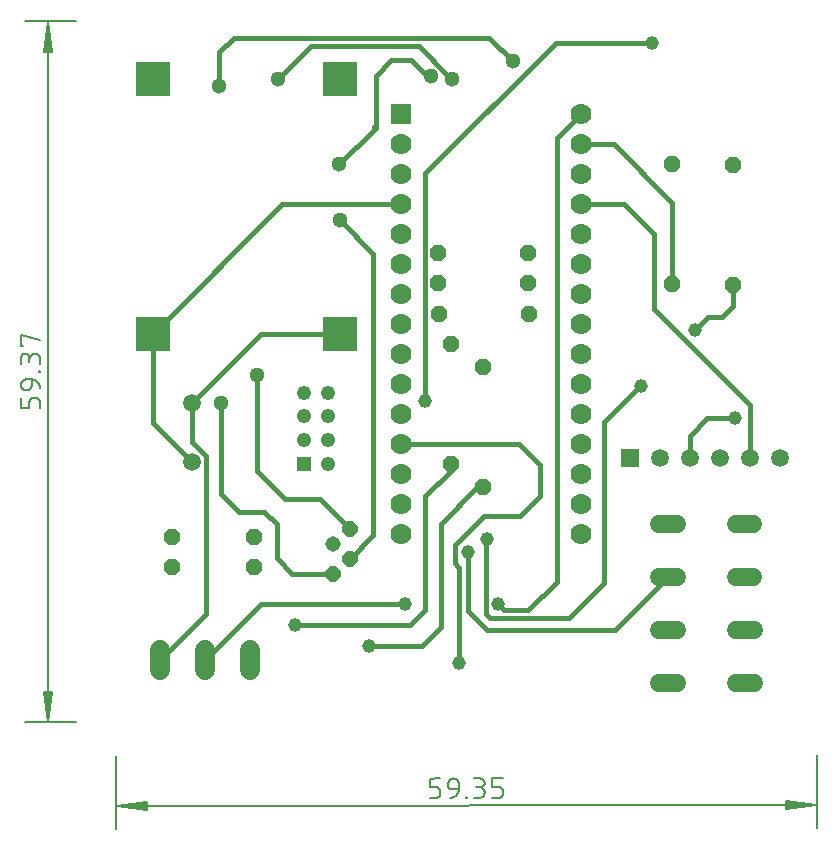
<source format=gbr>
G04 EAGLE Gerber RS-274X export*
G75*
%MOMM*%
%FSLAX34Y34*%
%LPD*%
%INTop Copper*%
%IPPOS*%
%AMOC8*
5,1,8,0,0,1.08239X$1,22.5*%
G01*
%ADD10C,0.130000*%
%ADD11C,0.152400*%
%ADD12C,1.508000*%
%ADD13R,1.508000X1.508000*%
%ADD14P,1.429621X8X112.500000*%
%ADD15C,1.508000*%
%ADD16P,1.429621X8X292.500000*%
%ADD17R,3.000000X3.000000*%
%ADD18R,1.219200X1.219200*%
%ADD19C,1.219200*%
%ADD20C,1.676400*%
%ADD21R,1.778000X1.778000*%
%ADD22C,1.778000*%
%ADD23P,1.429621X8X22.500000*%
%ADD24P,1.415766X8X202.500000*%
%ADD25C,1.308000*%
%ADD26C,1.200000*%
%ADD27C,0.406400*%
%ADD28C,1.150000*%
%ADD29C,1.300000*%


D10*
X819556Y123038D02*
X819668Y61106D01*
X226171Y60039D02*
X226060Y121971D01*
X226786Y79540D02*
X818983Y80604D01*
X793627Y83751D01*
X793638Y77366D01*
X818983Y80604D01*
X793630Y81859D01*
X793635Y79259D02*
X818983Y80604D01*
X793628Y83159D01*
X793637Y77959D02*
X818983Y80604D01*
X252131Y82778D02*
X226786Y79540D01*
X252142Y76393D02*
X252131Y82778D01*
X252142Y76393D02*
X226786Y79540D01*
X252134Y80886D01*
X252139Y78286D02*
X226786Y79540D01*
X252132Y82186D01*
X252141Y76986D02*
X226786Y79540D01*
D11*
X491814Y86523D02*
X497233Y86533D01*
X497232Y86533D02*
X497350Y86535D01*
X497469Y86541D01*
X497586Y86551D01*
X497704Y86565D01*
X497821Y86582D01*
X497937Y86604D01*
X498052Y86629D01*
X498167Y86658D01*
X498281Y86690D01*
X498393Y86727D01*
X498504Y86767D01*
X498614Y86810D01*
X498722Y86858D01*
X498829Y86908D01*
X498934Y86962D01*
X499037Y87020D01*
X499139Y87081D01*
X499238Y87145D01*
X499335Y87213D01*
X499430Y87283D01*
X499522Y87357D01*
X499612Y87434D01*
X499700Y87513D01*
X499785Y87595D01*
X499867Y87680D01*
X499946Y87768D01*
X500022Y87858D01*
X500095Y87951D01*
X500166Y88046D01*
X500233Y88144D01*
X500297Y88243D01*
X500357Y88344D01*
X500414Y88448D01*
X500468Y88553D01*
X500519Y88660D01*
X500565Y88769D01*
X500609Y88879D01*
X500648Y88990D01*
X500684Y89103D01*
X500717Y89216D01*
X500745Y89331D01*
X500770Y89447D01*
X500791Y89563D01*
X500808Y89680D01*
X500821Y89797D01*
X500831Y89915D01*
X500836Y90033D01*
X500838Y90151D01*
X500839Y90151D02*
X500836Y91958D01*
X500835Y91957D02*
X500833Y92075D01*
X500827Y92194D01*
X500817Y92311D01*
X500803Y92429D01*
X500786Y92546D01*
X500764Y92662D01*
X500739Y92777D01*
X500710Y92892D01*
X500678Y93006D01*
X500641Y93118D01*
X500601Y93229D01*
X500558Y93339D01*
X500510Y93447D01*
X500460Y93554D01*
X500406Y93659D01*
X500348Y93762D01*
X500287Y93864D01*
X500223Y93963D01*
X500155Y94060D01*
X500085Y94155D01*
X500011Y94247D01*
X499934Y94337D01*
X499855Y94425D01*
X499773Y94510D01*
X499688Y94592D01*
X499600Y94671D01*
X499510Y94747D01*
X499417Y94820D01*
X499322Y94891D01*
X499224Y94958D01*
X499125Y95022D01*
X499024Y95082D01*
X498920Y95139D01*
X498815Y95193D01*
X498708Y95244D01*
X498599Y95290D01*
X498489Y95334D01*
X498378Y95373D01*
X498265Y95409D01*
X498152Y95442D01*
X498037Y95470D01*
X497922Y95495D01*
X497805Y95516D01*
X497688Y95533D01*
X497571Y95546D01*
X497453Y95556D01*
X497335Y95561D01*
X497217Y95563D01*
X497217Y95564D02*
X491798Y95554D01*
X491786Y102779D01*
X500817Y102795D01*
X511045Y93782D02*
X516464Y93791D01*
X511045Y93782D02*
X510927Y93784D01*
X510809Y93789D01*
X510691Y93799D01*
X510574Y93812D01*
X510457Y93829D01*
X510341Y93850D01*
X510225Y93875D01*
X510110Y93903D01*
X509997Y93936D01*
X509884Y93972D01*
X509773Y94011D01*
X509663Y94055D01*
X509554Y94101D01*
X509447Y94152D01*
X509342Y94206D01*
X509238Y94263D01*
X509137Y94323D01*
X509038Y94387D01*
X508940Y94454D01*
X508845Y94525D01*
X508752Y94598D01*
X508662Y94674D01*
X508574Y94753D01*
X508489Y94835D01*
X508407Y94920D01*
X508328Y95008D01*
X508251Y95098D01*
X508177Y95190D01*
X508107Y95285D01*
X508039Y95382D01*
X507975Y95481D01*
X507914Y95583D01*
X507856Y95686D01*
X507802Y95791D01*
X507752Y95898D01*
X507704Y96006D01*
X507661Y96116D01*
X507621Y96227D01*
X507584Y96339D01*
X507552Y96453D01*
X507523Y96568D01*
X507498Y96683D01*
X507476Y96799D01*
X507459Y96916D01*
X507445Y97034D01*
X507435Y97151D01*
X507429Y97270D01*
X507427Y97388D01*
X507426Y97388D02*
X507425Y98291D01*
X507424Y98291D02*
X507426Y98425D01*
X507431Y98559D01*
X507441Y98692D01*
X507455Y98825D01*
X507472Y98958D01*
X507494Y99090D01*
X507519Y99222D01*
X507549Y99352D01*
X507582Y99482D01*
X507619Y99610D01*
X507659Y99738D01*
X507704Y99864D01*
X507752Y99989D01*
X507804Y100112D01*
X507860Y100234D01*
X507919Y100354D01*
X507981Y100472D01*
X508048Y100589D01*
X508117Y100703D01*
X508190Y100815D01*
X508266Y100925D01*
X508346Y101033D01*
X508428Y101138D01*
X508514Y101241D01*
X508603Y101341D01*
X508694Y101439D01*
X508789Y101534D01*
X508886Y101626D01*
X508986Y101715D01*
X509088Y101801D01*
X509193Y101884D01*
X509301Y101964D01*
X509411Y102040D01*
X509523Y102114D01*
X509637Y102183D01*
X509753Y102250D01*
X509871Y102313D01*
X509991Y102373D01*
X510112Y102429D01*
X510235Y102481D01*
X510360Y102530D01*
X510486Y102575D01*
X510614Y102616D01*
X510742Y102653D01*
X510872Y102687D01*
X511002Y102717D01*
X511133Y102742D01*
X511265Y102764D01*
X511398Y102782D01*
X511531Y102796D01*
X511665Y102807D01*
X511798Y102813D01*
X511932Y102815D01*
X512066Y102813D01*
X512200Y102808D01*
X512333Y102798D01*
X512466Y102784D01*
X512599Y102767D01*
X512731Y102745D01*
X512862Y102720D01*
X512993Y102691D01*
X513123Y102657D01*
X513251Y102620D01*
X513379Y102580D01*
X513505Y102535D01*
X513630Y102487D01*
X513753Y102435D01*
X513875Y102379D01*
X513995Y102320D01*
X514113Y102258D01*
X514230Y102191D01*
X514344Y102122D01*
X514456Y102049D01*
X514566Y101973D01*
X514674Y101893D01*
X514779Y101811D01*
X514882Y101725D01*
X514982Y101636D01*
X515080Y101545D01*
X515175Y101450D01*
X515267Y101353D01*
X515356Y101253D01*
X515442Y101151D01*
X515525Y101046D01*
X515605Y100938D01*
X515681Y100828D01*
X515754Y100716D01*
X515824Y100602D01*
X515891Y100486D01*
X515954Y100368D01*
X516014Y100248D01*
X516070Y100127D01*
X516122Y100004D01*
X516171Y99879D01*
X516216Y99753D01*
X516257Y99626D01*
X516294Y99497D01*
X516328Y99367D01*
X516358Y99237D01*
X516383Y99106D01*
X516405Y98974D01*
X516423Y98841D01*
X516437Y98708D01*
X516448Y98574D01*
X516454Y98441D01*
X516456Y98307D01*
X516464Y93791D01*
X516464Y93792D02*
X516462Y93617D01*
X516456Y93443D01*
X516446Y93268D01*
X516431Y93094D01*
X516413Y92921D01*
X516390Y92748D01*
X516363Y92575D01*
X516332Y92403D01*
X516297Y92232D01*
X516257Y92062D01*
X516214Y91893D01*
X516166Y91725D01*
X516114Y91558D01*
X516059Y91393D01*
X515999Y91229D01*
X515935Y91066D01*
X515868Y90905D01*
X515796Y90746D01*
X515721Y90588D01*
X515642Y90433D01*
X515560Y90279D01*
X515473Y90127D01*
X515383Y89978D01*
X515289Y89830D01*
X515192Y89685D01*
X515092Y89542D01*
X514987Y89402D01*
X514880Y89265D01*
X514769Y89130D01*
X514655Y88997D01*
X514538Y88868D01*
X514418Y88741D01*
X514295Y88618D01*
X514169Y88497D01*
X514040Y88379D01*
X513908Y88265D01*
X513773Y88154D01*
X513636Y88046D01*
X513496Y87941D01*
X513354Y87840D01*
X513209Y87742D01*
X513062Y87648D01*
X512913Y87558D01*
X512761Y87471D01*
X512608Y87387D01*
X512452Y87308D01*
X512295Y87232D01*
X512136Y87160D01*
X511975Y87092D01*
X511813Y87028D01*
X511649Y86968D01*
X511484Y86912D01*
X511317Y86859D01*
X511149Y86811D01*
X510980Y86767D01*
X510810Y86727D01*
X510639Y86691D01*
X510468Y86659D01*
X510295Y86632D01*
X510122Y86608D01*
X509949Y86589D01*
X509775Y86574D01*
X509601Y86563D01*
X509426Y86556D01*
X509252Y86554D01*
X522451Y86577D02*
X522449Y87480D01*
X523353Y87481D01*
X523354Y86578D01*
X522451Y86577D01*
X529329Y86589D02*
X533844Y86597D01*
X533844Y86596D02*
X533976Y86598D01*
X534109Y86604D01*
X534241Y86614D01*
X534373Y86628D01*
X534504Y86646D01*
X534635Y86667D01*
X534765Y86693D01*
X534895Y86722D01*
X535023Y86755D01*
X535150Y86792D01*
X535277Y86832D01*
X535402Y86876D01*
X535525Y86924D01*
X535648Y86975D01*
X535768Y87030D01*
X535887Y87089D01*
X536005Y87151D01*
X536120Y87216D01*
X536233Y87285D01*
X536345Y87357D01*
X536454Y87432D01*
X536561Y87511D01*
X536665Y87592D01*
X536767Y87677D01*
X536867Y87764D01*
X536964Y87855D01*
X537058Y87948D01*
X537150Y88044D01*
X537238Y88142D01*
X537324Y88244D01*
X537407Y88347D01*
X537486Y88453D01*
X537563Y88562D01*
X537636Y88672D01*
X537706Y88785D01*
X537773Y88899D01*
X537836Y89016D01*
X537896Y89134D01*
X537952Y89254D01*
X538005Y89376D01*
X538054Y89499D01*
X538100Y89623D01*
X538141Y89749D01*
X538180Y89876D01*
X538214Y90004D01*
X538245Y90133D01*
X538271Y90263D01*
X538295Y90394D01*
X538314Y90525D01*
X538329Y90657D01*
X538340Y90789D01*
X538348Y90921D01*
X538352Y91054D01*
X538351Y91186D01*
X538347Y91319D01*
X538339Y91451D01*
X538327Y91583D01*
X538312Y91715D01*
X538292Y91846D01*
X538269Y91976D01*
X538241Y92106D01*
X538210Y92235D01*
X538175Y92363D01*
X538137Y92490D01*
X538094Y92615D01*
X538048Y92740D01*
X537999Y92863D01*
X537946Y92984D01*
X537889Y93104D01*
X537829Y93222D01*
X537765Y93338D01*
X537698Y93453D01*
X537628Y93565D01*
X537554Y93675D01*
X537477Y93784D01*
X537397Y93889D01*
X537314Y93993D01*
X537228Y94093D01*
X537139Y94192D01*
X537047Y94287D01*
X536953Y94380D01*
X536855Y94470D01*
X536755Y94558D01*
X536653Y94642D01*
X536548Y94723D01*
X536441Y94801D01*
X536332Y94876D01*
X536220Y94948D01*
X536106Y95016D01*
X535991Y95081D01*
X535873Y95142D01*
X535754Y95200D01*
X535633Y95255D01*
X535511Y95306D01*
X535387Y95353D01*
X535262Y95397D01*
X535135Y95437D01*
X535008Y95473D01*
X534879Y95506D01*
X534750Y95535D01*
X534620Y95559D01*
X534489Y95581D01*
X534357Y95598D01*
X534225Y95611D01*
X534093Y95621D01*
X533961Y95626D01*
X533828Y95628D01*
X534719Y102854D02*
X529300Y102845D01*
X534719Y102854D02*
X534838Y102852D01*
X534957Y102847D01*
X535077Y102837D01*
X535195Y102823D01*
X535313Y102806D01*
X535431Y102784D01*
X535548Y102759D01*
X535663Y102730D01*
X535778Y102697D01*
X535892Y102660D01*
X536004Y102620D01*
X536115Y102576D01*
X536225Y102528D01*
X536333Y102477D01*
X536439Y102422D01*
X536543Y102363D01*
X536645Y102301D01*
X536745Y102236D01*
X536843Y102168D01*
X536939Y102096D01*
X537032Y102021D01*
X537122Y101944D01*
X537210Y101863D01*
X537296Y101779D01*
X537378Y101693D01*
X537458Y101604D01*
X537534Y101512D01*
X537608Y101418D01*
X537678Y101322D01*
X537745Y101223D01*
X537809Y101122D01*
X537870Y101019D01*
X537927Y100914D01*
X537980Y100807D01*
X538030Y100699D01*
X538077Y100589D01*
X538119Y100477D01*
X538158Y100364D01*
X538193Y100250D01*
X538225Y100135D01*
X538253Y100019D01*
X538276Y99902D01*
X538296Y99784D01*
X538312Y99665D01*
X538324Y99547D01*
X538332Y99427D01*
X538336Y99308D01*
X538337Y99189D01*
X538333Y99069D01*
X538325Y98950D01*
X538314Y98831D01*
X538298Y98713D01*
X538279Y98595D01*
X538255Y98478D01*
X538228Y98361D01*
X538197Y98246D01*
X538162Y98132D01*
X538124Y98019D01*
X538081Y97907D01*
X538035Y97797D01*
X537986Y97688D01*
X537933Y97581D01*
X537876Y97476D01*
X537816Y97373D01*
X537752Y97272D01*
X537686Y97173D01*
X537615Y97076D01*
X537542Y96982D01*
X537466Y96890D01*
X537387Y96800D01*
X537305Y96714D01*
X537220Y96630D01*
X537132Y96549D01*
X537041Y96471D01*
X536949Y96396D01*
X536853Y96324D01*
X536756Y96255D01*
X536656Y96189D01*
X536554Y96127D01*
X536450Y96068D01*
X536344Y96013D01*
X536236Y95961D01*
X536127Y95913D01*
X536016Y95869D01*
X535904Y95828D01*
X535790Y95791D01*
X535676Y95757D01*
X535560Y95728D01*
X535443Y95702D01*
X535326Y95680D01*
X535208Y95662D01*
X535089Y95648D01*
X534970Y95638D01*
X534851Y95632D01*
X534731Y95630D01*
X534732Y95629D02*
X531119Y95623D01*
X544960Y86616D02*
X550379Y86625D01*
X550378Y86626D02*
X550496Y86628D01*
X550615Y86634D01*
X550732Y86644D01*
X550850Y86658D01*
X550967Y86675D01*
X551083Y86697D01*
X551198Y86722D01*
X551313Y86751D01*
X551427Y86783D01*
X551539Y86820D01*
X551650Y86860D01*
X551760Y86903D01*
X551868Y86951D01*
X551975Y87001D01*
X552080Y87055D01*
X552183Y87113D01*
X552285Y87174D01*
X552384Y87238D01*
X552481Y87306D01*
X552576Y87376D01*
X552668Y87450D01*
X552758Y87527D01*
X552846Y87606D01*
X552931Y87688D01*
X553013Y87773D01*
X553092Y87861D01*
X553168Y87951D01*
X553241Y88044D01*
X553312Y88139D01*
X553379Y88237D01*
X553443Y88336D01*
X553503Y88437D01*
X553560Y88541D01*
X553614Y88646D01*
X553665Y88753D01*
X553711Y88862D01*
X553755Y88972D01*
X553794Y89083D01*
X553830Y89196D01*
X553863Y89309D01*
X553891Y89424D01*
X553916Y89540D01*
X553937Y89656D01*
X553954Y89773D01*
X553967Y89890D01*
X553977Y90008D01*
X553982Y90126D01*
X553984Y90244D01*
X553985Y90244D02*
X553982Y92050D01*
X553981Y92050D02*
X553979Y92168D01*
X553973Y92287D01*
X553963Y92404D01*
X553949Y92522D01*
X553932Y92639D01*
X553910Y92755D01*
X553885Y92870D01*
X553856Y92985D01*
X553824Y93099D01*
X553787Y93211D01*
X553747Y93322D01*
X553704Y93432D01*
X553656Y93540D01*
X553606Y93647D01*
X553552Y93752D01*
X553494Y93855D01*
X553433Y93957D01*
X553369Y94056D01*
X553301Y94153D01*
X553231Y94248D01*
X553157Y94340D01*
X553080Y94430D01*
X553001Y94518D01*
X552919Y94603D01*
X552834Y94685D01*
X552746Y94764D01*
X552656Y94840D01*
X552563Y94913D01*
X552468Y94984D01*
X552370Y95051D01*
X552271Y95115D01*
X552170Y95175D01*
X552066Y95232D01*
X551961Y95286D01*
X551854Y95337D01*
X551745Y95383D01*
X551635Y95427D01*
X551524Y95466D01*
X551411Y95502D01*
X551298Y95535D01*
X551183Y95563D01*
X551068Y95588D01*
X550951Y95609D01*
X550834Y95626D01*
X550717Y95639D01*
X550599Y95649D01*
X550481Y95654D01*
X550363Y95656D01*
X544944Y95647D01*
X544932Y102872D01*
X553963Y102888D01*
D10*
X191973Y150266D02*
X148953Y150266D01*
X148953Y743966D02*
X191973Y743966D01*
X168453Y743316D02*
X168453Y150916D01*
X165260Y176266D01*
X171645Y176266D01*
X168453Y150916D01*
X167153Y176266D01*
X169753Y176266D02*
X168453Y150916D01*
X165853Y176266D01*
X171053Y176266D02*
X168453Y150916D01*
X165260Y717966D02*
X168453Y743316D01*
X165260Y717966D02*
X171645Y717966D01*
X168453Y743316D01*
X167153Y717966D01*
X169753Y717966D02*
X168453Y743316D01*
X165853Y717966D01*
X171053Y717966D02*
X168453Y743316D01*
D11*
X161946Y421476D02*
X161946Y416057D01*
X161945Y421476D02*
X161943Y421594D01*
X161937Y421712D01*
X161928Y421830D01*
X161914Y421947D01*
X161897Y422064D01*
X161876Y422181D01*
X161851Y422296D01*
X161822Y422411D01*
X161789Y422525D01*
X161753Y422637D01*
X161713Y422748D01*
X161670Y422858D01*
X161623Y422967D01*
X161573Y423074D01*
X161518Y423179D01*
X161461Y423282D01*
X161400Y423383D01*
X161336Y423483D01*
X161269Y423580D01*
X161199Y423675D01*
X161125Y423767D01*
X161049Y423858D01*
X160969Y423945D01*
X160887Y424030D01*
X160802Y424112D01*
X160715Y424192D01*
X160624Y424268D01*
X160532Y424342D01*
X160437Y424412D01*
X160340Y424479D01*
X160240Y424543D01*
X160139Y424604D01*
X160036Y424661D01*
X159931Y424716D01*
X159824Y424766D01*
X159715Y424813D01*
X159605Y424856D01*
X159494Y424896D01*
X159382Y424932D01*
X159268Y424965D01*
X159153Y424994D01*
X159038Y425019D01*
X158921Y425040D01*
X158804Y425057D01*
X158687Y425071D01*
X158569Y425080D01*
X158451Y425086D01*
X158333Y425088D01*
X158333Y425089D02*
X156527Y425089D01*
X156527Y425088D02*
X156409Y425086D01*
X156291Y425080D01*
X156173Y425071D01*
X156056Y425057D01*
X155939Y425040D01*
X155822Y425019D01*
X155707Y424994D01*
X155592Y424965D01*
X155478Y424932D01*
X155366Y424896D01*
X155255Y424856D01*
X155145Y424813D01*
X155036Y424766D01*
X154929Y424716D01*
X154824Y424661D01*
X154721Y424604D01*
X154620Y424543D01*
X154520Y424479D01*
X154423Y424412D01*
X154328Y424342D01*
X154236Y424268D01*
X154145Y424192D01*
X154058Y424112D01*
X153973Y424030D01*
X153891Y423945D01*
X153811Y423858D01*
X153735Y423767D01*
X153661Y423675D01*
X153591Y423580D01*
X153524Y423483D01*
X153460Y423383D01*
X153399Y423282D01*
X153342Y423179D01*
X153287Y423074D01*
X153237Y422967D01*
X153190Y422858D01*
X153147Y422748D01*
X153107Y422637D01*
X153071Y422525D01*
X153038Y422411D01*
X153009Y422296D01*
X152984Y422181D01*
X152963Y422064D01*
X152946Y421947D01*
X152932Y421830D01*
X152923Y421712D01*
X152917Y421594D01*
X152915Y421476D01*
X152915Y416057D01*
X145690Y416057D01*
X145690Y425089D01*
X154721Y435301D02*
X154721Y440720D01*
X154721Y435301D02*
X154719Y435183D01*
X154713Y435065D01*
X154704Y434947D01*
X154690Y434830D01*
X154673Y434713D01*
X154652Y434596D01*
X154627Y434481D01*
X154598Y434366D01*
X154565Y434252D01*
X154529Y434140D01*
X154489Y434029D01*
X154446Y433919D01*
X154399Y433810D01*
X154349Y433703D01*
X154294Y433598D01*
X154237Y433495D01*
X154176Y433394D01*
X154112Y433294D01*
X154045Y433197D01*
X153975Y433102D01*
X153901Y433010D01*
X153825Y432919D01*
X153745Y432832D01*
X153663Y432747D01*
X153578Y432665D01*
X153491Y432585D01*
X153400Y432509D01*
X153308Y432435D01*
X153213Y432365D01*
X153116Y432298D01*
X153016Y432234D01*
X152915Y432173D01*
X152812Y432116D01*
X152707Y432061D01*
X152600Y432011D01*
X152491Y431964D01*
X152381Y431921D01*
X152270Y431881D01*
X152158Y431845D01*
X152044Y431812D01*
X151929Y431783D01*
X151814Y431758D01*
X151697Y431737D01*
X151580Y431720D01*
X151463Y431706D01*
X151345Y431697D01*
X151227Y431691D01*
X151109Y431689D01*
X150205Y431689D01*
X150205Y431688D02*
X150072Y431690D01*
X149940Y431696D01*
X149808Y431706D01*
X149676Y431719D01*
X149544Y431737D01*
X149414Y431758D01*
X149283Y431783D01*
X149154Y431812D01*
X149026Y431845D01*
X148898Y431881D01*
X148772Y431921D01*
X148647Y431965D01*
X148523Y432013D01*
X148401Y432064D01*
X148280Y432119D01*
X148161Y432177D01*
X148043Y432239D01*
X147928Y432304D01*
X147814Y432373D01*
X147703Y432444D01*
X147594Y432520D01*
X147487Y432598D01*
X147382Y432679D01*
X147280Y432764D01*
X147180Y432851D01*
X147083Y432941D01*
X146988Y433034D01*
X146897Y433130D01*
X146808Y433228D01*
X146722Y433329D01*
X146639Y433433D01*
X146559Y433539D01*
X146483Y433647D01*
X146409Y433757D01*
X146339Y433870D01*
X146272Y433984D01*
X146209Y434101D01*
X146149Y434219D01*
X146092Y434339D01*
X146039Y434461D01*
X145990Y434584D01*
X145944Y434708D01*
X145902Y434834D01*
X145864Y434961D01*
X145829Y435089D01*
X145798Y435218D01*
X145771Y435347D01*
X145748Y435478D01*
X145728Y435609D01*
X145713Y435741D01*
X145701Y435873D01*
X145693Y436005D01*
X145689Y436138D01*
X145689Y436270D01*
X145693Y436403D01*
X145701Y436535D01*
X145713Y436667D01*
X145728Y436799D01*
X145748Y436930D01*
X145771Y437061D01*
X145798Y437190D01*
X145829Y437319D01*
X145864Y437447D01*
X145902Y437574D01*
X145944Y437700D01*
X145990Y437824D01*
X146039Y437947D01*
X146092Y438069D01*
X146149Y438189D01*
X146209Y438307D01*
X146272Y438424D01*
X146339Y438538D01*
X146409Y438651D01*
X146483Y438761D01*
X146559Y438869D01*
X146639Y438975D01*
X146722Y439079D01*
X146808Y439180D01*
X146897Y439278D01*
X146988Y439374D01*
X147083Y439467D01*
X147180Y439557D01*
X147280Y439644D01*
X147382Y439729D01*
X147487Y439810D01*
X147594Y439888D01*
X147703Y439964D01*
X147814Y440035D01*
X147928Y440104D01*
X148043Y440169D01*
X148161Y440231D01*
X148280Y440289D01*
X148401Y440344D01*
X148523Y440395D01*
X148647Y440443D01*
X148772Y440487D01*
X148898Y440527D01*
X149026Y440563D01*
X149154Y440596D01*
X149283Y440625D01*
X149414Y440650D01*
X149544Y440671D01*
X149676Y440689D01*
X149808Y440702D01*
X149940Y440712D01*
X150072Y440718D01*
X150205Y440720D01*
X154721Y440720D01*
X154896Y440718D01*
X155070Y440712D01*
X155244Y440701D01*
X155418Y440686D01*
X155592Y440667D01*
X155765Y440644D01*
X155937Y440617D01*
X156109Y440585D01*
X156280Y440550D01*
X156450Y440510D01*
X156619Y440466D01*
X156787Y440418D01*
X156954Y440366D01*
X157119Y440310D01*
X157283Y440250D01*
X157446Y440187D01*
X157606Y440119D01*
X157766Y440047D01*
X157923Y439972D01*
X158079Y439892D01*
X158232Y439809D01*
X158384Y439723D01*
X158533Y439632D01*
X158680Y439538D01*
X158825Y439441D01*
X158968Y439340D01*
X159108Y439236D01*
X159245Y439128D01*
X159380Y439017D01*
X159512Y438903D01*
X159641Y438786D01*
X159768Y438665D01*
X159891Y438542D01*
X160012Y438415D01*
X160129Y438286D01*
X160243Y438154D01*
X160354Y438019D01*
X160462Y437882D01*
X160566Y437742D01*
X160667Y437599D01*
X160764Y437454D01*
X160858Y437307D01*
X160949Y437158D01*
X161035Y437006D01*
X161118Y436853D01*
X161198Y436697D01*
X161273Y436540D01*
X161345Y436380D01*
X161413Y436220D01*
X161476Y436057D01*
X161536Y435893D01*
X161592Y435728D01*
X161644Y435561D01*
X161692Y435393D01*
X161736Y435224D01*
X161776Y435054D01*
X161811Y434883D01*
X161843Y434711D01*
X161870Y434539D01*
X161893Y434366D01*
X161912Y434192D01*
X161927Y434018D01*
X161938Y433844D01*
X161944Y433670D01*
X161946Y433495D01*
X161946Y446695D02*
X161043Y446695D01*
X161043Y447598D01*
X161946Y447598D01*
X161946Y446695D01*
X161946Y453572D02*
X161946Y458088D01*
X161944Y458221D01*
X161938Y458353D01*
X161928Y458485D01*
X161915Y458617D01*
X161897Y458749D01*
X161876Y458879D01*
X161851Y459010D01*
X161822Y459139D01*
X161789Y459267D01*
X161753Y459395D01*
X161713Y459521D01*
X161669Y459646D01*
X161621Y459770D01*
X161570Y459892D01*
X161515Y460013D01*
X161457Y460132D01*
X161395Y460250D01*
X161330Y460365D01*
X161261Y460479D01*
X161190Y460590D01*
X161114Y460699D01*
X161036Y460806D01*
X160955Y460911D01*
X160870Y461013D01*
X160783Y461113D01*
X160693Y461210D01*
X160600Y461305D01*
X160504Y461396D01*
X160406Y461485D01*
X160305Y461571D01*
X160201Y461654D01*
X160095Y461734D01*
X159987Y461810D01*
X159877Y461884D01*
X159764Y461954D01*
X159650Y462021D01*
X159533Y462084D01*
X159415Y462144D01*
X159295Y462201D01*
X159173Y462254D01*
X159050Y462303D01*
X158926Y462349D01*
X158800Y462391D01*
X158673Y462429D01*
X158545Y462464D01*
X158416Y462495D01*
X158287Y462522D01*
X158156Y462545D01*
X158025Y462565D01*
X157893Y462580D01*
X157761Y462592D01*
X157629Y462600D01*
X157496Y462604D01*
X157364Y462604D01*
X157231Y462600D01*
X157099Y462592D01*
X156967Y462580D01*
X156835Y462565D01*
X156704Y462545D01*
X156573Y462522D01*
X156444Y462495D01*
X156315Y462464D01*
X156187Y462429D01*
X156060Y462391D01*
X155934Y462349D01*
X155810Y462303D01*
X155687Y462254D01*
X155565Y462201D01*
X155445Y462144D01*
X155327Y462084D01*
X155210Y462021D01*
X155096Y461954D01*
X154983Y461884D01*
X154873Y461810D01*
X154765Y461734D01*
X154659Y461654D01*
X154555Y461571D01*
X154454Y461485D01*
X154356Y461396D01*
X154260Y461305D01*
X154167Y461210D01*
X154077Y461113D01*
X153990Y461013D01*
X153905Y460911D01*
X153824Y460806D01*
X153746Y460699D01*
X153670Y460590D01*
X153599Y460479D01*
X153530Y460365D01*
X153465Y460250D01*
X153403Y460132D01*
X153345Y460013D01*
X153290Y459892D01*
X153239Y459770D01*
X153191Y459646D01*
X153147Y459521D01*
X153107Y459395D01*
X153071Y459267D01*
X153038Y459139D01*
X153009Y459010D01*
X152984Y458879D01*
X152963Y458749D01*
X152945Y458617D01*
X152932Y458485D01*
X152922Y458353D01*
X152916Y458221D01*
X152914Y458088D01*
X145690Y458991D02*
X145690Y453572D01*
X145690Y458991D02*
X145692Y459110D01*
X145698Y459230D01*
X145708Y459349D01*
X145722Y459467D01*
X145739Y459586D01*
X145761Y459703D01*
X145786Y459820D01*
X145816Y459935D01*
X145849Y460050D01*
X145886Y460164D01*
X145926Y460276D01*
X145971Y460387D01*
X146019Y460496D01*
X146070Y460604D01*
X146125Y460710D01*
X146184Y460814D01*
X146246Y460916D01*
X146311Y461016D01*
X146380Y461114D01*
X146452Y461210D01*
X146527Y461303D01*
X146604Y461393D01*
X146685Y461481D01*
X146769Y461566D01*
X146856Y461648D01*
X146945Y461728D01*
X147037Y461804D01*
X147131Y461878D01*
X147228Y461948D01*
X147326Y462015D01*
X147427Y462079D01*
X147531Y462139D01*
X147636Y462196D01*
X147743Y462249D01*
X147851Y462299D01*
X147961Y462345D01*
X148073Y462387D01*
X148186Y462426D01*
X148300Y462461D01*
X148415Y462492D01*
X148532Y462520D01*
X148649Y462543D01*
X148766Y462563D01*
X148885Y462579D01*
X149004Y462591D01*
X149123Y462599D01*
X149242Y462603D01*
X149362Y462603D01*
X149481Y462599D01*
X149600Y462591D01*
X149719Y462579D01*
X149838Y462563D01*
X149955Y462543D01*
X150072Y462520D01*
X150189Y462492D01*
X150304Y462461D01*
X150418Y462426D01*
X150531Y462387D01*
X150643Y462345D01*
X150753Y462299D01*
X150861Y462249D01*
X150968Y462196D01*
X151073Y462139D01*
X151177Y462079D01*
X151278Y462015D01*
X151376Y461948D01*
X151473Y461878D01*
X151567Y461804D01*
X151659Y461728D01*
X151748Y461648D01*
X151835Y461566D01*
X151919Y461481D01*
X152000Y461393D01*
X152077Y461303D01*
X152152Y461210D01*
X152224Y461114D01*
X152293Y461016D01*
X152358Y460916D01*
X152420Y460814D01*
X152479Y460710D01*
X152534Y460604D01*
X152585Y460496D01*
X152633Y460387D01*
X152678Y460276D01*
X152718Y460164D01*
X152755Y460050D01*
X152788Y459935D01*
X152818Y459820D01*
X152843Y459703D01*
X152865Y459586D01*
X152882Y459467D01*
X152896Y459349D01*
X152906Y459230D01*
X152912Y459110D01*
X152914Y458991D01*
X152915Y458991D02*
X152915Y455379D01*
X147496Y469204D02*
X145690Y469204D01*
X145690Y478235D01*
X161946Y473719D01*
D12*
X686562Y373888D03*
D13*
X661162Y373888D03*
D12*
X711962Y373888D03*
X737362Y373888D03*
X762762Y373888D03*
X788162Y373888D03*
D14*
X343306Y282194D03*
X343306Y307594D03*
D15*
X685892Y318156D02*
X700972Y318156D01*
X750892Y318156D02*
X765972Y318156D01*
X700972Y273156D02*
X685892Y273156D01*
X750892Y273156D02*
X765972Y273156D01*
D16*
X696976Y623316D03*
X696976Y521716D03*
D14*
X748284Y520700D03*
X748284Y622300D03*
X537312Y349402D03*
X537312Y451002D03*
X273304Y282194D03*
X273304Y307594D03*
X509981Y369265D03*
X509981Y470865D03*
D15*
X686400Y228748D02*
X701480Y228748D01*
X751400Y228748D02*
X766480Y228748D01*
X701480Y183748D02*
X686400Y183748D01*
X751400Y183748D02*
X766480Y183748D01*
D17*
X416306Y695452D03*
X257556Y695452D03*
X416306Y479552D03*
X257556Y479552D03*
D18*
X385732Y369288D03*
D19*
X405732Y369288D03*
X385732Y389288D03*
X405732Y389288D03*
X385732Y409288D03*
X405732Y409288D03*
X385732Y429288D03*
X405732Y429288D03*
D12*
X290322Y370840D03*
X290322Y420840D03*
D20*
X339471Y211455D02*
X339471Y194691D01*
X301371Y194691D02*
X301371Y211455D01*
X263271Y211455D02*
X263271Y194691D01*
D21*
X467716Y665201D03*
D22*
X467716Y639801D03*
X467716Y614401D03*
X467716Y589001D03*
X467716Y563601D03*
X467716Y538201D03*
X467716Y512801D03*
X467716Y487401D03*
X467716Y462001D03*
X467716Y436601D03*
X467716Y411201D03*
X467716Y385801D03*
X467716Y360401D03*
X467716Y335001D03*
X467716Y309601D03*
X620116Y665201D03*
X620116Y639801D03*
X620116Y614401D03*
X620116Y589001D03*
X620116Y563601D03*
X620116Y538201D03*
X620116Y512801D03*
X620116Y487401D03*
X620116Y462001D03*
X620116Y436601D03*
X620116Y411201D03*
X620116Y385801D03*
X620116Y360401D03*
X620116Y335001D03*
X620116Y309601D03*
D23*
X499313Y496316D03*
X575513Y496316D03*
X499110Y522275D03*
X575310Y522275D03*
X499008Y547675D03*
X575208Y547675D03*
D24*
X409924Y276250D03*
X424212Y288950D03*
D25*
X409924Y301650D03*
D24*
X424212Y314350D03*
D26*
X693940Y228748D03*
D27*
X696976Y521716D02*
X696976Y590398D01*
X647573Y639801D02*
X620116Y639801D01*
X647573Y639801D02*
X696976Y590398D01*
X711962Y393040D02*
X711962Y373888D01*
X487883Y422504D02*
X487299Y423088D01*
D28*
X487883Y422504D03*
D27*
X727050Y408127D02*
X750316Y408127D01*
D28*
X750316Y408127D03*
D27*
X727050Y408127D02*
X711962Y393040D01*
D28*
X680060Y725678D03*
D27*
X598373Y725678D01*
X487832Y543046D02*
X487883Y542995D01*
X487883Y422504D01*
X487832Y543046D02*
X487832Y615137D01*
X598373Y725678D01*
X748284Y520700D02*
X748284Y519049D01*
X639064Y404622D02*
X639064Y307935D01*
X639699Y307300D01*
X639699Y268199D02*
X610108Y238608D01*
X542849Y238608D01*
X539445Y304698D02*
X540004Y305257D01*
D28*
X540004Y305257D03*
D27*
X639699Y307300D02*
X639699Y268199D01*
X542849Y238608D02*
X539445Y242011D01*
X539445Y304698D01*
X669696Y435254D02*
X670722Y435254D01*
D28*
X670722Y435254D03*
D27*
X669696Y435254D02*
X639064Y404622D01*
D28*
X716636Y482549D03*
D27*
X727862Y493776D01*
X738937Y493776D01*
X748284Y503123D01*
X748284Y520700D01*
X693432Y273156D02*
X648622Y228346D01*
X540055Y228346D01*
X523951Y244450D01*
X523951Y294792D01*
D28*
X523951Y294792D03*
D27*
X257556Y479552D02*
X367005Y589001D01*
X467716Y589001D01*
X257556Y479552D02*
X257556Y403606D01*
X290322Y370840D01*
X290322Y420840D02*
X349034Y479552D01*
X416306Y479552D01*
X290322Y420840D02*
X290322Y387969D01*
X302434Y375857D01*
X302434Y242236D01*
X263271Y203073D01*
X554509Y245425D02*
X575371Y245425D01*
X554509Y245425D02*
X549767Y250167D01*
X471068Y250647D02*
X348945Y250647D01*
D28*
X471068Y250647D03*
X549767Y250167D03*
D27*
X348945Y250647D02*
X301371Y203073D01*
X599288Y269342D02*
X599288Y644855D01*
X619633Y665201D01*
X620116Y665201D01*
X599288Y269342D02*
X575371Y245425D01*
X762762Y373888D02*
X762762Y418846D01*
X681482Y500126D02*
X681482Y564134D01*
X656615Y589001D01*
X620116Y589001D01*
X681482Y500126D02*
X762762Y418846D01*
D28*
X440690Y215341D03*
D27*
X485648Y215341D01*
X501040Y230734D02*
X501040Y318668D01*
X531774Y349402D01*
X537312Y349402D01*
X501040Y230734D02*
X485648Y215341D01*
D28*
X377444Y232715D03*
D27*
X475234Y232715D01*
X488036Y245516D02*
X488036Y341579D01*
X509981Y363525D01*
X509981Y369265D01*
X488036Y245516D02*
X475234Y232715D01*
D28*
X516839Y200863D03*
D27*
X513131Y285140D02*
X513131Y300533D01*
X537515Y324917D02*
X568503Y324917D01*
X537515Y324917D02*
X513131Y300533D01*
X467716Y385801D02*
X567665Y385801D01*
X585572Y367894D01*
X585572Y341986D01*
X568503Y324917D01*
X516839Y281432D02*
X513131Y285140D01*
X516839Y281432D02*
X516839Y200863D01*
D29*
X290068Y370840D03*
X290449Y420624D03*
D27*
X398863Y339700D02*
X424212Y314350D01*
X398863Y339700D02*
X369367Y339700D01*
X345897Y363169D01*
X345897Y444805D01*
D29*
X345897Y444805D03*
X363169Y694893D03*
D27*
X391109Y722833D01*
X482498Y722833D01*
X508610Y696722D01*
X509372Y696722D01*
X510794Y695300D01*
D29*
X510794Y695300D03*
D27*
X443992Y308730D02*
X424212Y288950D01*
X443992Y546862D02*
X415493Y575361D01*
D29*
X415493Y575361D03*
X415087Y622656D03*
D27*
X444551Y652120D01*
X444551Y654202D01*
X443992Y546862D02*
X443992Y308730D01*
X444551Y652120D02*
X446126Y653694D01*
D29*
X492631Y697382D03*
D27*
X476185Y711048D02*
X459246Y711048D01*
X489850Y697382D02*
X492631Y697382D01*
X489850Y697382D02*
X476185Y711048D01*
X459246Y711048D02*
X446126Y697927D01*
X446126Y653694D01*
X409924Y276250D02*
X375463Y276250D01*
X362356Y289357D01*
X362356Y317957D01*
X351942Y328371D01*
X329997Y328371D01*
X315062Y343306D01*
X315062Y420522D01*
D29*
X315062Y420522D03*
X313792Y689204D03*
D27*
X313792Y717934D01*
X325980Y730122D01*
D29*
X562254Y710032D03*
D27*
X325981Y730122D02*
X325980Y730122D01*
X325981Y730122D02*
X542443Y729843D01*
X562254Y710032D01*
M02*

</source>
